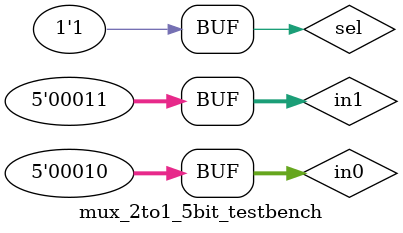
<source format=v>

`define DELAY 20
module mux_2to1_5bit_testbench();


reg [4:0] in1;
reg [4:0] in0;
reg sel;

wire [4:0] out;

mux_2to1_5bit test_mux (
	.out(out),
	.in1(in1),
	.in0(in0),
	.sel(sel)
	);

initial begin
	sel = 1'b0; in1 = 5'b00011; in0 = 5'b00010;  
	#`DELAY;
	sel = 1'b1; in1 = 5'b00011; in0 = 5'b00010;
end
 
 
initial
begin
	$monitor("sel = %1b, in1 = %5b, in0 = %5b, out = %5b", sel, in1, in0, out);
end
 
endmodule

</source>
